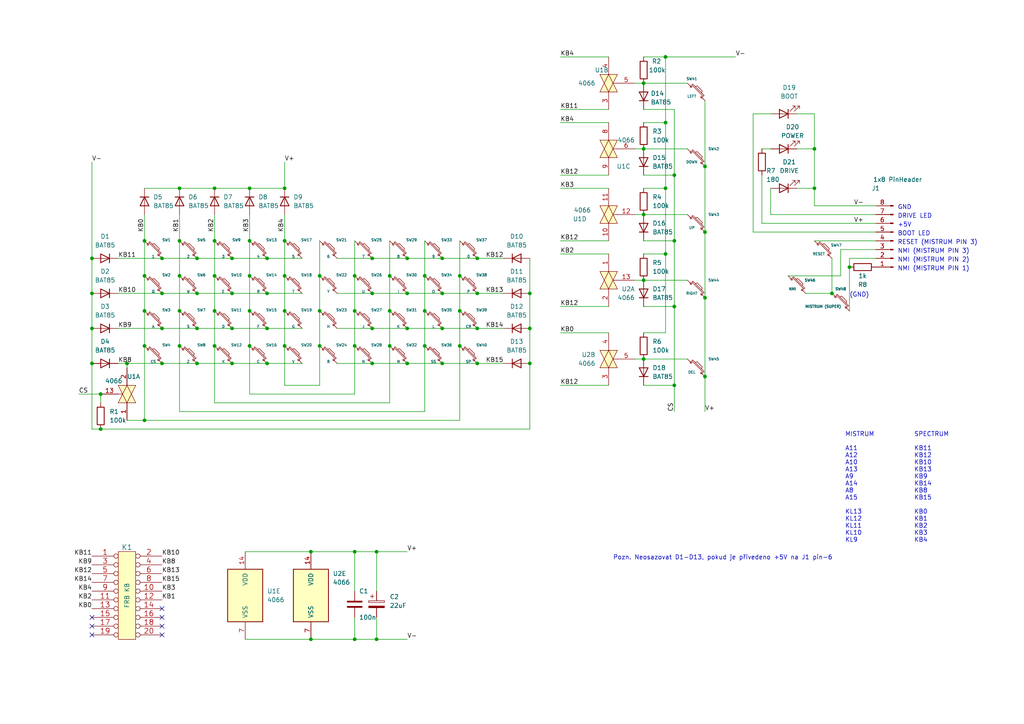
<source format=kicad_sch>
(kicad_sch (version 20230121) (generator eeschema)
  (paper "A4")
  (title_block (title "MISTRUM - Cherry MX Klávesnice") (date "2024-04-25") (rev "1.1"))
  (lib_symbols
    (symbol "4xxx:4066" (pin_names (offset 1.016))
      (property "Reference" "U" (at -7.62 8.89 0))
      (property "Value" "4066" (at -7.62 -8.89 0))
      (symbol "4066_1_0"
        (pin passive line (at -7.62 0 0) (length 5.08) (name "~") (number "1"))
        (pin input line (at 0 7.62 270) (length 5.08) (name "~") (number "13"))
        (pin passive line (at 7.62 0 180) (length 5.08) (name "~") (number "2"))
      )
      (symbol "4066_2_0"
        (pin passive line (at 7.62 0 180) (length 5.08) (name "~") (number "3"))
        (pin passive line (at -7.62 0 0) (length 5.08) (name "~") (number "4"))
        (pin input line (at 0 7.62 270) (length 5.08) (name "~") (number "5"))
      )
      (symbol "4066_3_0"
        (pin input line (at 0 7.62 270) (length 5.08) (name "~") (number "6"))
        (pin passive line (at -7.62 0 0) (length 5.08) (name "~") (number "8"))
        (pin passive line (at 7.62 0 180) (length 5.08) (name "~") (number "9"))
      )
      (symbol "4066_4_0"
        (pin passive line (at 7.62 0 180) (length 5.08) (name "~") (number "10"))
        (pin passive line (at -7.62 0 0) (length 5.08) (name "~") (number "11"))
        (pin input line (at 0 7.62 270) (length 5.08) (name "~") (number "12"))
      )
      (symbol "4066_5_0"
        (pin power_in line (at 0 12.7 270) (length 5.08) (name "VDD") (number "14"))
        (pin power_in line (at 0 -12.7 90) (length 5.08) (name "VSS") (number "7"))
      )
    )
    (symbol "Connector:Conn_01x08_Male" (pin_names (offset 1.016) hide)
      (property "Reference" "J" (at 0 10.16 0))
      (property "Value" "Conn_01x08_Male" (at 0 -12.7 0))
      (symbol "Conn_01x08_Male_1_1"
        (pin passive line (at 5.08 7.62 180) (length 3.81) (name "Pin_1") (number "1"))
        (pin passive line (at 5.08 5.08 180) (length 3.81) (name "Pin_2") (number "2"))
        (pin passive line (at 5.08 2.54 180) (length 3.81) (name "Pin_3") (number "3"))
        (pin passive line (at 5.08 0 180) (length 3.81) (name "Pin_4") (number "4"))
        (pin passive line (at 5.08 -2.54 180) (length 3.81) (name "Pin_5") (number "5"))
        (pin passive line (at 5.08 -5.08 180) (length 3.81) (name "Pin_6") (number "6"))
        (pin passive line (at 5.08 -7.62 180) (length 3.81) (name "Pin_7") (number "7"))
        (pin passive line (at 5.08 -10.16 180) (length 3.81) (name "Pin_8") (number "8"))
      )
    )
    (symbol "Device:C" (pin_numbers hide) (pin_names (offset 0.254))
      (property "Reference" "C" (at 0.635 2.54 0))
      (property "Value" "C" (at 0.635 -2.54 0))
      (symbol "C_1_1"
        (pin passive line (at 0 3.81 270) (length 2.794) (name "~") (number "1"))
        (pin passive line (at 0 -3.81 90) (length 2.794) (name "~") (number "2"))
      )
    )
    (symbol "Device:C_Polarized" (pin_numbers hide) (pin_names (offset 0.254))
      (property "Reference" "C" (at 0.635 2.54 0))
      (property "Value" "C_Polarized" (at 0.635 -2.54 0))
      (symbol "C_Polarized_1_1"
        (pin passive line (at 0 3.81 270) (length 2.794) (name "~") (number "1"))
        (pin passive line (at 0 -3.81 90) (length 2.794) (name "~") (number "2"))
      )
    )
    (symbol "Device:D" (pin_numbers hide) (pin_names (offset 1.016) hide)
      (property "Reference" "D" (at 0 2.54 0))
      (property "Value" "D" (at 0 -2.54 0))
      (symbol "D_1_1"
        (pin passive line (at -3.81 0 0) (length 2.54) (name "K") (number "1"))
        (pin passive line (at 3.81 0 180) (length 2.54) (name "A") (number "2"))
      )
    )
    (symbol "Device:LED" (pin_numbers hide) (pin_names (offset 1.016) hide)
      (property "Reference" "D" (at 0 2.54 0))
      (property "Value" "LED" (at 0 -2.54 0))
      (symbol "LED_1_1"
        (pin passive line (at -3.81 0 0) (length 2.54) (name "K") (number "1"))
        (pin passive line (at 3.81 0 180) (length 2.54) (name "A") (number "2"))
      )
    )
    (symbol "Device:R" (pin_numbers hide) (pin_names (offset 0))
      (property "Reference" "R" (at 2.032 0 90))
      (property "Value" "R" (at 0 0 90))
      (symbol "R_1_1"
        (pin passive line (at 0 3.81 270) (length 1.27) (name "~") (number "1"))
        (pin passive line (at 0 -3.81 90) (length 1.27) (name "~") (number "2"))
      )
    )
    (symbol "mistrum-rescue:CONN_10X2" (pin_names (offset 0.254) hide)
      (property "Reference" "P" (at 0 13.97 0))
      (property "Value" "CONN_10X2" (at 0 -2.54 90))
      (symbol "CONN_10X2_1_1"
        (pin passive inverted (at -10.16 11.43 0) (length 7.62) (name "P1") (number "1"))
        (pin passive inverted (at 10.16 1.27 180) (length 7.62) (name "P10") (number "10"))
        (pin passive inverted (at -10.16 -1.27 0) (length 7.62) (name "P11") (number "11"))
        (pin passive inverted (at 10.16 -1.27 180) (length 7.62) (name "P12") (number "12"))
        (pin passive inverted (at -10.16 -3.81 0) (length 7.62) (name "P13") (number "13"))
        (pin passive inverted (at 10.16 -3.81 180) (length 7.62) (name "P14") (number "14"))
        (pin passive inverted (at -10.16 -6.35 0) (length 7.62) (name "P15") (number "15"))
        (pin passive inverted (at 10.16 -6.35 180) (length 7.62) (name "P16") (number "16"))
        (pin passive inverted (at -10.16 -8.89 0) (length 7.62) (name "P17") (number "17"))
        (pin passive inverted (at 10.16 -8.89 180) (length 7.62) (name "P18") (number "18"))
        (pin passive inverted (at -10.16 -11.43 0) (length 7.62) (name "P19") (number "19"))
        (pin passive inverted (at 10.16 11.43 180) (length 7.62) (name "P2") (number "2"))
        (pin passive inverted (at 10.16 -11.43 180) (length 7.62) (name "P20") (number "20"))
        (pin passive inverted (at -10.16 8.89 0) (length 7.62) (name "P3") (number "3"))
        (pin passive inverted (at 10.16 8.89 180) (length 7.62) (name "P4") (number "4"))
        (pin passive inverted (at -10.16 6.35 0) (length 7.62) (name "P5") (number "5"))
        (pin passive inverted (at 10.16 6.35 180) (length 7.62) (name "P6") (number "6"))
        (pin passive inverted (at -10.16 3.81 0) (length 7.62) (name "P7") (number "7"))
        (pin passive inverted (at 10.16 3.81 180) (length 7.62) (name "P8") (number "8"))
        (pin passive inverted (at -10.16 1.27 0) (length 7.62) (name "P9") (number "9"))
      )
    )
    (symbol "speccyKB-rescue:SW_PUSH_SMALL-monstrum-rescue" (pin_numbers hide) (pin_names (offset 1.016) hide)
      (property "Reference" "SW" (at 3.81 2.794 0))
      (property "Value" "SW_PUSH_SMALL-monstrum-rescue" (at 0 -2.0066 0))
      (symbol "SW_PUSH_SMALL-monstrum-rescue_0_1"
        (pin passive line (at -2.54 2.54 0) (length 0) (name "1") (number "1"))
        (pin passive line (at 2.54 -2.54 180) (length 0) (name "2") (number "2"))
      )
    )
  )
  (junction (at 52.07 54.61))
  (junction (at 195.58 50.8))
  (junction (at 195.58 88.9))
  (junction (at 57.15 85.09))
  (junction (at 90.17 160.02))
  (junction (at 52.07 69.85))
  (junction (at 92.71 90.17))
  (junction (at 195.58 69.85))
  (junction (at 102.87 185.42))
  (junction (at 67.31 85.09))
  (junction (at 109.22 185.42))
  (junction (at 204.47 109.22))
  (junction (at 77.47 95.25))
  (junction (at 236.22 43.18))
  (junction (at 128.27 85.09))
  (junction (at 193.04 35.56))
  (junction (at 193.04 73.66))
  (junction (at 92.71 100.33))
  (junction (at 186.69 104.14))
  (junction (at 128.27 105.41))
  (junction (at 67.31 105.41))
  (junction (at 186.69 24.13))
  (junction (at 82.55 69.85))
  (junction (at 36.83 105.41))
  (junction (at 82.55 54.61))
  (junction (at 153.67 85.09))
  (junction (at 41.91 90.17))
  (junction (at 52.07 100.33))
  (junction (at 118.11 95.25))
  (junction (at 46.99 85.09))
  (junction (at 72.39 69.85))
  (junction (at 102.87 100.33))
  (junction (at 29.21 124.46))
  (junction (at 57.15 95.25))
  (junction (at 113.03 100.33))
  (junction (at 29.21 114.3))
  (junction (at 133.35 90.17))
  (junction (at 72.39 80.01))
  (junction (at 46.99 105.41))
  (junction (at 41.91 80.01))
  (junction (at 92.71 80.01))
  (junction (at 102.87 160.02))
  (junction (at 204.47 67.31))
  (junction (at 123.19 100.33))
  (junction (at 82.55 100.33))
  (junction (at 57.15 105.41))
  (junction (at 77.47 85.09))
  (junction (at 133.35 100.33))
  (junction (at 62.23 90.17))
  (junction (at 193.04 54.61))
  (junction (at 153.67 95.25))
  (junction (at 186.69 81.28))
  (junction (at 82.55 80.01))
  (junction (at 82.55 90.17))
  (junction (at 153.67 105.41))
  (junction (at 41.91 69.85))
  (junction (at 204.47 48.26))
  (junction (at 138.43 74.93))
  (junction (at 118.11 74.93))
  (junction (at 186.69 62.23))
  (junction (at 57.15 74.93))
  (junction (at 62.23 69.85))
  (junction (at 109.22 160.02))
  (junction (at 46.99 74.93))
  (junction (at 26.67 85.09))
  (junction (at 67.31 95.25))
  (junction (at 138.43 85.09))
  (junction (at 107.95 105.41))
  (junction (at 118.11 105.41))
  (junction (at 62.23 100.33))
  (junction (at 102.87 80.01))
  (junction (at 128.27 95.25))
  (junction (at 67.31 74.93))
  (junction (at 72.39 100.33))
  (junction (at 133.35 80.01))
  (junction (at 195.58 111.76))
  (junction (at 107.95 74.93))
  (junction (at 241.3 85.09))
  (junction (at 41.91 100.33))
  (junction (at 77.47 105.41))
  (junction (at 72.39 90.17))
  (junction (at 90.17 185.42))
  (junction (at 52.07 90.17))
  (junction (at 107.95 95.25))
  (junction (at 118.11 85.09))
  (junction (at 26.67 95.25))
  (junction (at 113.03 90.17))
  (junction (at 138.43 105.41))
  (junction (at 186.69 43.18))
  (junction (at 113.03 80.01))
  (junction (at 26.67 105.41))
  (junction (at 62.23 80.01))
  (junction (at 46.99 95.25))
  (junction (at 204.47 86.36))
  (junction (at 72.39 54.61))
  (junction (at 102.87 90.17))
  (junction (at 77.47 74.93))
  (junction (at 138.43 95.25))
  (junction (at 193.04 16.51))
  (junction (at 123.19 80.01))
  (junction (at 107.95 85.09))
  (junction (at 62.23 54.61))
  (junction (at 52.07 80.01))
  (junction (at 123.19 90.17))
  (junction (at 246.38 77.47))
  (junction (at 236.22 54.61))
  (junction (at 128.27 74.93))
  (junction (at 41.91 121.92))
  (junction (at 26.67 74.93))
  (no_connect (at 26.67 184.15))
  (no_connect (at 46.99 179.07))
  (no_connect (at 46.99 184.15))
  (no_connect (at 26.67 181.61))
  (no_connect (at 26.67 179.07))
  (no_connect (at 46.99 181.61))
  (no_connect (at 46.99 176.53))
  (wire (pts (xy 186.69 104.14) (xy 199.39 104.14)))
  (wire (pts (xy 123.19 119.38) (xy 123.19 100.33)))
  (wire (pts (xy 133.35 80.01) (xy 133.35 90.17)))
  (wire (pts (xy 97.79 95.25) (xy 107.95 95.25)))
  (wire (pts (xy 138.43 74.93) (xy 146.05 74.93)))
  (wire (pts (xy 162.56 54.61) (xy 176.53 54.61)))
  (wire (pts (xy 34.29 95.25) (xy 46.99 95.25)))
  (wire (pts (xy 72.39 100.33) (xy 72.39 114.3)))
  (wire (pts (xy 71.12 185.42) (xy 90.17 185.42)))
  (wire (pts (xy 220.98 43.18) (xy 223.52 43.18)))
  (wire (pts (xy 71.12 160.02) (xy 90.17 160.02)))
  (wire (pts (xy 186.69 111.76) (xy 195.58 111.76)))
  (wire (pts (xy 138.43 85.09) (xy 146.05 85.09)))
  (wire (pts (xy 162.56 50.8) (xy 176.53 50.8)))
  (wire (pts (xy 102.87 185.42) (xy 109.22 185.42)))
  (wire (pts (xy 92.71 111.76) (xy 92.71 100.33)))
  (wire (pts (xy 176.53 88.9) (xy 162.56 88.9)))
  (wire (pts (xy 153.67 85.09) (xy 153.67 74.93)))
  (wire (pts (xy 77.47 85.09) (xy 87.63 85.09)))
  (wire (pts (xy 41.91 80.01) (xy 41.91 90.17)))
  (wire (pts (xy 204.47 48.26) (xy 204.47 67.31)))
  (wire (pts (xy 128.27 105.41) (xy 138.43 105.41)))
  (wire (pts (xy 199.39 24.13) (xy 186.69 24.13)))
  (wire (pts (xy 153.67 105.41) (xy 153.67 95.25)))
  (wire (pts (xy 102.87 179.07) (xy 102.87 185.42)))
  (wire (pts (xy 62.23 90.17) (xy 62.23 100.33)))
  (wire (pts (xy 34.29 85.09) (xy 46.99 85.09)))
  (wire (pts (xy 231.14 33.02) (xy 236.22 33.02)))
  (wire (pts (xy 254 64.77) (xy 220.98 64.77)))
  (wire (pts (xy 107.95 105.41) (xy 118.11 105.41)))
  (wire (pts (xy 102.87 90.17) (xy 102.87 100.33)))
  (wire (pts (xy 102.87 160.02) (xy 102.87 171.45)))
  (wire (pts (xy 195.58 111.76) (xy 195.58 119.38)))
  (wire (pts (xy 123.19 90.17) (xy 123.19 100.33)))
  (wire (pts (xy 46.99 74.93) (xy 57.15 74.93)))
  (wire (pts (xy 153.67 95.25) (xy 153.67 85.09)))
  (wire (pts (xy 82.55 62.23) (xy 82.55 69.85)))
  (wire (pts (xy 162.56 96.52) (xy 176.53 96.52)))
  (wire (pts (xy 109.22 179.07) (xy 109.22 185.42)))
  (wire (pts (xy 186.69 43.18) (xy 199.39 43.18)))
  (wire (pts (xy 57.15 95.25) (xy 67.31 95.25)))
  (wire (pts (xy 107.95 95.25) (xy 118.11 95.25)))
  (wire (pts (xy 193.04 73.66) (xy 193.04 54.61)))
  (wire (pts (xy 77.47 74.93) (xy 87.63 74.93)))
  (wire (pts (xy 97.79 85.09) (xy 107.95 85.09)))
  (wire (pts (xy 67.31 85.09) (xy 77.47 85.09)))
  (wire (pts (xy 52.07 80.01) (xy 52.07 90.17)))
  (wire (pts (xy 223.52 62.23) (xy 223.52 54.61)))
  (wire (pts (xy 107.95 85.09) (xy 118.11 85.09)))
  (wire (pts (xy 82.55 100.33) (xy 82.55 111.76)))
  (wire (pts (xy 62.23 54.61) (xy 72.39 54.61)))
  (wire (pts (xy 82.55 80.01) (xy 82.55 90.17)))
  (wire (pts (xy 133.35 121.92) (xy 133.35 100.33)))
  (wire (pts (xy 109.22 160.02) (xy 109.22 171.45)))
  (wire (pts (xy 72.39 90.17) (xy 72.39 100.33)))
  (wire (pts (xy 102.87 100.33) (xy 102.87 114.3)))
  (wire (pts (xy 162.56 111.76) (xy 176.53 111.76)))
  (wire (pts (xy 254 72.39) (xy 243.84 72.39)))
  (wire (pts (xy 246.38 74.93) (xy 246.38 77.47)))
  (wire (pts (xy 243.84 72.39) (xy 243.84 80.01)))
  (wire (pts (xy 138.43 105.41) (xy 146.05 105.41)))
  (wire (pts (xy 46.99 85.09) (xy 57.15 85.09)))
  (wire (pts (xy 57.15 74.93) (xy 67.31 74.93)))
  (wire (pts (xy 204.47 109.22) (xy 204.47 119.38)))
  (wire (pts (xy 41.91 62.23) (xy 41.91 69.85)))
  (wire (pts (xy 52.07 100.33) (xy 52.07 119.38)))
  (wire (pts (xy 162.56 16.51) (xy 176.53 16.51)))
  (wire (pts (xy 246.38 77.47) (xy 246.38 90.17)))
  (wire (pts (xy 26.67 124.46) (xy 29.21 124.46)))
  (wire (pts (xy 186.69 43.18) (xy 184.15 43.18)))
  (wire (pts (xy 92.71 90.17) (xy 92.71 100.33)))
  (wire (pts (xy 26.67 85.09) (xy 26.67 95.25)))
  (wire (pts (xy 72.39 54.61) (xy 82.55 54.61)))
  (wire (pts (xy 236.22 69.85) (xy 254 69.85)))
  (wire (pts (xy 218.44 33.02) (xy 223.52 33.02)))
  (wire (pts (xy 195.58 50.8) (xy 195.58 69.85)))
  (wire (pts (xy 236.22 54.61) (xy 231.14 54.61)))
  (wire (pts (xy 72.39 62.23) (xy 72.39 69.85)))
  (wire (pts (xy 243.84 80.01) (xy 228.6 80.01)))
  (wire (pts (xy 62.23 62.23) (xy 62.23 69.85)))
  (wire (pts (xy 72.39 114.3) (xy 102.87 114.3)))
  (wire (pts (xy 67.31 74.93) (xy 77.47 74.93)))
  (wire (pts (xy 102.87 80.01) (xy 102.87 90.17)))
  (wire (pts (xy 62.23 116.84) (xy 113.03 116.84)))
  (wire (pts (xy 123.19 69.85) (xy 123.19 80.01)))
  (wire (pts (xy 92.71 69.85) (xy 92.71 80.01)))
  (wire (pts (xy 41.91 100.33) (xy 41.91 121.92)))
  (wire (pts (xy 186.69 35.56) (xy 193.04 35.56)))
  (wire (pts (xy 82.55 46.99) (xy 82.55 54.61)))
  (wire (pts (xy 82.55 90.17) (xy 82.55 100.33)))
  (wire (pts (xy 41.91 90.17) (xy 41.91 100.33)))
  (wire (pts (xy 186.69 81.28) (xy 199.39 81.28)))
  (wire (pts (xy 195.58 69.85) (xy 195.58 88.9)))
  (wire (pts (xy 29.21 114.3) (xy 29.21 116.84)))
  (wire (pts (xy 107.95 74.93) (xy 118.11 74.93)))
  (wire (pts (xy 186.69 24.13) (xy 184.15 24.13)))
  (wire (pts (xy 236.22 59.69) (xy 254 59.69)))
  (wire (pts (xy 52.07 90.17) (xy 52.07 100.33)))
  (wire (pts (xy 153.67 124.46) (xy 153.67 105.41)))
  (wire (pts (xy 193.04 54.61) (xy 193.04 35.56)))
  (wire (pts (xy 254 67.31) (xy 218.44 67.31)))
  (wire (pts (xy 186.69 73.66) (xy 193.04 73.66)))
  (wire (pts (xy 62.23 80.01) (xy 62.23 90.17)))
  (wire (pts (xy 186.69 88.9) (xy 195.58 88.9)))
  (wire (pts (xy 82.55 69.85) (xy 82.55 80.01)))
  (wire (pts (xy 26.67 74.93) (xy 26.67 85.09)))
  (wire (pts (xy 41.91 121.92) (xy 133.35 121.92)))
  (wire (pts (xy 220.98 50.8) (xy 220.98 64.77)))
  (wire (pts (xy 29.21 124.46) (xy 153.67 124.46)))
  (wire (pts (xy 62.23 100.33) (xy 62.23 116.84)))
  (wire (pts (xy 162.56 73.66) (xy 176.53 73.66)))
  (wire (pts (xy 36.83 121.92) (xy 41.91 121.92)))
  (wire (pts (xy 193.04 35.56) (xy 193.04 16.51)))
  (wire (pts (xy 254 62.23) (xy 223.52 62.23)))
  (wire (pts (xy 204.47 29.21) (xy 204.47 48.26)))
  (wire (pts (xy 77.47 95.25) (xy 87.63 95.25)))
  (wire (pts (xy 34.29 74.93) (xy 46.99 74.93)))
  (wire (pts (xy 26.67 95.25) (xy 26.67 105.41)))
  (wire (pts (xy 77.47 105.41) (xy 87.63 105.41)))
  (wire (pts (xy 162.56 31.75) (xy 176.53 31.75)))
  (wire (pts (xy 82.55 111.76) (xy 92.71 111.76)))
  (wire (pts (xy 186.69 104.14) (xy 184.15 104.14)))
  (wire (pts (xy 162.56 35.56) (xy 176.53 35.56)))
  (wire (pts (xy 128.27 95.25) (xy 138.43 95.25)))
  (wire (pts (xy 118.11 95.25) (xy 128.27 95.25)))
  (wire (pts (xy 218.44 67.31) (xy 218.44 33.02)))
  (wire (pts (xy 90.17 185.42) (xy 102.87 185.42)))
  (wire (pts (xy 204.47 86.36) (xy 204.47 109.22)))
  (wire (pts (xy 90.17 160.02) (xy 102.87 160.02)))
  (wire (pts (xy 195.58 88.9) (xy 195.58 111.76)))
  (wire (pts (xy 41.91 54.61) (xy 52.07 54.61)))
  (wire (pts (xy 195.58 31.75) (xy 195.58 50.8)))
  (wire (pts (xy 52.07 54.61) (xy 62.23 54.61)))
  (wire (pts (xy 233.68 85.09) (xy 241.3 85.09)))
  (wire (pts (xy 186.69 69.85) (xy 195.58 69.85)))
  (wire (pts (xy 57.15 105.41) (xy 67.31 105.41)))
  (wire (pts (xy 22.86 114.3) (xy 29.21 114.3)))
  (wire (pts (xy 113.03 80.01) (xy 113.03 90.17)))
  (wire (pts (xy 36.83 105.41) (xy 46.99 105.41)))
  (wire (pts (xy 128.27 74.93) (xy 138.43 74.93)))
  (wire (pts (xy 52.07 69.85) (xy 52.07 80.01)))
  (wire (pts (xy 236.22 33.02) (xy 236.22 43.18)))
  (wire (pts (xy 113.03 69.85) (xy 113.03 80.01)))
  (wire (pts (xy 72.39 80.01) (xy 72.39 90.17)))
  (wire (pts (xy 138.43 95.25) (xy 146.05 95.25)))
  (wire (pts (xy 193.04 96.52) (xy 193.04 73.66)))
  (wire (pts (xy 118.11 105.41) (xy 128.27 105.41)))
  (wire (pts (xy 186.69 62.23) (xy 199.39 62.23)))
  (wire (pts (xy 72.39 69.85) (xy 72.39 80.01)))
  (wire (pts (xy 62.23 69.85) (xy 62.23 80.01)))
  (wire (pts (xy 67.31 95.25) (xy 77.47 95.25)))
  (wire (pts (xy 133.35 69.85) (xy 133.35 80.01)))
  (wire (pts (xy 102.87 160.02) (xy 109.22 160.02)))
  (wire (pts (xy 236.22 43.18) (xy 236.22 54.61)))
  (wire (pts (xy 52.07 119.38) (xy 123.19 119.38)))
  (wire (pts (xy 123.19 80.01) (xy 123.19 90.17)))
  (wire (pts (xy 231.14 43.18) (xy 236.22 43.18)))
  (wire (pts (xy 254 74.93) (xy 246.38 74.93)))
  (wire (pts (xy 109.22 160.02) (xy 118.11 160.02)))
  (wire (pts (xy 133.35 90.17) (xy 133.35 100.33)))
  (wire (pts (xy 204.47 67.31) (xy 204.47 86.36)))
  (wire (pts (xy 113.03 90.17) (xy 113.03 100.33)))
  (wire (pts (xy 26.67 105.41) (xy 26.67 124.46)))
  (wire (pts (xy 186.69 31.75) (xy 195.58 31.75)))
  (wire (pts (xy 236.22 54.61) (xy 236.22 59.69)))
  (wire (pts (xy 46.99 105.41) (xy 57.15 105.41)))
  (wire (pts (xy 34.29 105.41) (xy 36.83 105.41)))
  (wire (pts (xy 52.07 62.23) (xy 52.07 69.85)))
  (wire (pts (xy 193.04 16.51) (xy 213.36 16.51)))
  (wire (pts (xy 92.71 80.01) (xy 92.71 90.17)))
  (wire (pts (xy 184.15 62.23) (xy 186.69 62.23)))
  (wire (pts (xy 186.69 81.28) (xy 184.15 81.28)))
  (wire (pts (xy 186.69 96.52) (xy 193.04 96.52)))
  (wire (pts (xy 162.56 69.85) (xy 176.53 69.85)))
  (wire (pts (xy 186.69 50.8) (xy 195.58 50.8)))
  (wire (pts (xy 97.79 74.93) (xy 107.95 74.93)))
  (wire (pts (xy 241.3 74.93) (xy 241.3 85.09)))
  (wire (pts (xy 186.69 54.61) (xy 193.04 54.61)))
  (wire (pts (xy 97.79 105.41) (xy 107.95 105.41)))
  (wire (pts (xy 36.83 105.41) (xy 36.83 106.68)))
  (wire (pts (xy 57.15 85.09) (xy 67.31 85.09)))
  (wire (pts (xy 118.11 85.09) (xy 128.27 85.09)))
  (wire (pts (xy 102.87 69.85) (xy 102.87 80.01)))
  (wire (pts (xy 113.03 116.84) (xy 113.03 100.33)))
  (wire (pts (xy 109.22 185.42) (xy 118.11 185.42)))
  (wire (pts (xy 118.11 74.93) (xy 128.27 74.93)))
  (wire (pts (xy 41.91 69.85) (xy 41.91 80.01)))
  (wire (pts (xy 67.31 105.41) (xy 77.47 105.41)))
  (wire (pts (xy 186.69 16.51) (xy 193.04 16.51)))
  (wire (pts (xy 26.67 46.99) (xy 26.67 74.93)))
  (wire (pts (xy 128.27 85.09) (xy 138.43 85.09)))
  (wire (pts (xy 46.99 95.25) (xy 57.15 95.25)))
  (text "+5V" (at 260.35 66.04 0) (effects (font (size 1.27 1.27)) (justify left bottom)))
  (text "GND" (at 260.35 60.96 0) (effects (font (size 1.27 1.27)) (justify left bottom)))
  (text "RESET (MISTRUM PIN 3)" (at 260.35 71.12 0) (effects (font (size 1.27 1.27)) (justify left bottom)))
  (text "NMI (MISTRUM PIN 2)" (at 260.35 76.2 0) (effects (font (size 1.27 1.27)) (justify left bottom)))
  (text "DRIVE LED" (at 260.35 63.5 0) (effects (font (size 1.27 1.27)) (justify left bottom)))
  (text "(GND)" (at 246.38 86.36 0) (effects (font (size 1.27 1.27)) (justify left bottom)))
  (text "MISTRUM			SPECTRUM\n\nA11				KB11\nA12				KB12\nA10				KB10\nA13				KB13\nA9				KB9\nA14				KB14\nA8				KB8\nA15				KB15\n\nKL13			KB0\nKL12			KB1\nKL11			KB2\nKL10			KB3\nKL9				KB4\n" (at 245.11 157.48 0) (effects (font (size 1.27 1.27)) (justify left bottom)))
  (text "BOOT LED" (at 260.35 68.58 0) (effects (font (size 1.27 1.27)) (justify left bottom)))
  (text "NMI (MISTRUM PIN 1)" (at 260.35 78.74 0) (effects (font (size 1.27 1.27)) (justify left bottom)))
  (text "NMI (MISTRUM PIN 3)" (at 260.35 73.66 0) (effects (font (size 1.27 1.27)) (justify left bottom)))
  (text "Pozn. Neosazovat D1-D13, pokud je přivedeno +5V na J1 pin-6" (at 177.8 162.56 0) (effects (font (size 1.27 1.27)) (justify left bottom)))
  (label "KB11" (at 34.29 74.93 0))
  (label "KB3" (at 162.56 54.61 0))
  (label "CS" (at 22.86 114.3 0))
  (label "KB10" (at 34.29 85.09 0))
  (label "KB4" (at 162.56 35.56 0))
  (label "KB12" (at 26.67 166.37 180))
  (label "KB3" (at 72.39 67.31 90))
  (label "V-" (at 213.36 16.51 0))
  (label "KB12" (at 146.05 74.93 180))
  (label "KB3" (at 46.99 171.45 0))
  (label "KB13" (at 46.99 166.37 0))
  (label "KB9" (at 26.67 163.83 180))
  (label "KB9" (at 34.29 95.25 0))
  (label "KB8" (at 34.29 105.41 0))
  (label "KB10" (at 46.99 161.29 0))
  (label "KB2" (at 162.56 73.66 0))
  (label "CS" (at 195.58 119.38 90))
  (label "KB15" (at 146.05 105.41 180))
  (label "V-" (at 118.11 185.42 0))
  (label "KB4" (at 82.55 67.31 90))
  (label "KB13" (at 146.05 85.09 180))
  (label "KB4" (at 162.56 16.51 0))
  (label "V+" (at 247.65 64.77 0))
  (label "V+" (at 204.47 119.38 0))
  (label "KB11" (at 26.67 161.29 180))
  (label "KB14" (at 146.05 95.25 180))
  (label "KB2" (at 62.23 67.31 90))
  (label "KB12" (at 162.56 111.76 0))
  (label "KB15" (at 46.99 168.91 0))
  (label "KB0" (at 41.91 67.31 90))
  (label "KB4" (at 26.67 171.45 180))
  (label "KB12" (at 162.56 88.9 0))
  (label "KB14" (at 26.67 168.91 180))
  (label "KB0" (at 162.56 96.52 0))
  (label "KB12" (at 162.56 50.8 0))
  (label "KB2" (at 26.67 173.99 180))
  (label "V+" (at 82.55 46.99 0))
  (label "KB1" (at 46.99 173.99 0))
  (label "V-" (at 26.67 46.99 0))
  (label "KB12" (at 162.56 69.85 0))
  (label "V-" (at 247.65 59.69 0))
  (label "V+" (at 118.11 160.02 0))
  (label "KB0" (at 26.67 176.53 180))
  (label "KB8" (at 46.99 163.83 0))
  (label "KB11" (at 162.56 31.75 0))
  (label "KB1" (at 52.07 67.31 90))
  (symbol (lib_id "speccyKB-rescue:SW_PUSH_SMALL-monstrum-rescue") (at 44.45 72.39 0) (unit 1)
    (property "Reference" "SW1" (at 48.26 69.596 0) (effects (font (size 0.762 0.762))))
    (property "Value" "1" (at 44.45 74.3966 0) (effects (font (size 0.762 0.762))))
    (property "Footprint" "Mistrum_klavesnice:SW_Cherry_MX_Mistrum" (effects hide))
  )
  (symbol (lib_id "speccyKB-rescue:SW_PUSH_SMALL-monstrum-rescue") (at 54.61 72.39 0) (unit 1)
    (property "Reference" "SW5" (at 58.42 69.596 0) (effects (font (size 0.762 0.762))))
    (property "Value" "2" (at 54.61 74.3966 0) (effects (font (size 0.762 0.762))))
    (property "Footprint" "Mistrum_klavesnice:SW_Cherry_MX_Mistrum" (effects hide))
  )
  (symbol (lib_id "speccyKB-rescue:SW_PUSH_SMALL-monstrum-rescue") (at 64.77 72.39 0) (unit 1)
    (property "Reference" "SW9" (at 68.58 69.596 0) (effects (font (size 0.762 0.762))))
    (property "Value" "3" (at 64.77 74.3966 0) (effects (font (size 0.762 0.762))))
    (property "Footprint" "Mistrum_klavesnice:SW_Cherry_MX_Mistrum" (effects hide))
  )
  (symbol (lib_id "speccyKB-rescue:SW_PUSH_SMALL-monstrum-rescue") (at 74.93 72.39 0) (unit 1)
    (property "Reference" "SW13" (at 78.74 69.596 0) (effects (font (size 0.762 0.762))))
    (property "Value" "4" (at 74.93 74.3966 0) (effects (font (size 0.762 0.762))))
    (property "Footprint" "Mistrum_klavesnice:SW_Cherry_MX_Mistrum" (effects hide))
  )
  (symbol (lib_id "speccyKB-rescue:SW_PUSH_SMALL-monstrum-rescue") (at 85.09 72.39 0) (unit 1)
    (property "Reference" "SW17" (at 88.9 69.596 0) (effects (font (size 0.762 0.762))))
    (property "Value" "5" (at 85.09 74.3966 0) (effects (font (size 0.762 0.762))))
    (property "Footprint" "Mistrum_klavesnice:SW_Cherry_MX_Mistrum" (effects hide))
  )
  (symbol (lib_id "speccyKB-rescue:SW_PUSH_SMALL-monstrum-rescue") (at 135.89 72.39 0) (unit 1)
    (property "Reference" "SW37" (at 139.7 69.596 0) (effects (font (size 0.762 0.762))))
    (property "Value" "0" (at 135.89 74.3966 0) (effects (font (size 0.762 0.762))))
    (property "Footprint" "Mistrum_klavesnice:SW_Cherry_MX_Mistrum" (effects hide))
  )
  (symbol (lib_id "speccyKB-rescue:SW_PUSH_SMALL-monstrum-rescue") (at 125.73 72.39 0) (unit 1)
    (property "Reference" "SW33" (at 129.54 69.596 0) (effects (font (size 0.762 0.762))))
    (property "Value" "9" (at 125.73 74.3966 0) (effects (font (size 0.762 0.762))))
    (property "Footprint" "Mistrum_klavesnice:SW_Cherry_MX_Mistrum" (effects hide))
  )
  (symbol (lib_id "speccyKB-rescue:SW_PUSH_SMALL-monstrum-rescue") (at 115.57 72.39 0) (unit 1)
    (property "Reference" "SW29" (at 119.38 69.596 0) (effects (font (size 0.762 0.762))))
    (property "Value" "8" (at 115.57 74.3966 0) (effects (font (size 0.762 0.762))))
    (property "Footprint" "Mistrum_klavesnice:SW_Cherry_MX_Mistrum" (effects hide))
  )
  (symbol (lib_id "speccyKB-rescue:SW_PUSH_SMALL-monstrum-rescue") (at 105.41 72.39 0) (unit 1)
    (property "Reference" "SW25" (at 109.22 69.596 0) (effects (font (size 0.762 0.762))))
    (property "Value" "7" (at 105.41 74.3966 0) (effects (font (size 0.762 0.762))))
    (property "Footprint" "Mistrum_klavesnice:SW_Cherry_MX_Mistrum" (effects hide))
  )
  (symbol (lib_id "speccyKB-rescue:SW_PUSH_SMALL-monstrum-rescue") (at 95.25 72.39 0) (unit 1)
    (property "Reference" "SW21" (at 99.06 69.596 0) (effects (font (size 0.762 0.762))))
    (property "Value" "6" (at 95.25 74.3966 0) (effects (font (size 0.762 0.762))))
    (property "Footprint" "Mistrum_klavesnice:SW_Cherry_MX_Mistrum" (effects hide))
  )
  (symbol (lib_id "speccyKB-rescue:SW_PUSH_SMALL-monstrum-rescue") (at 95.25 82.55 0) (unit 1)
    (property "Reference" "SW22" (at 99.06 79.756 0) (effects (font (size 0.762 0.762))))
    (property "Value" "Y" (at 95.25 84.5566 0) (effects (font (size 0.762 0.762))))
    (property "Footprint" "Mistrum_klavesnice:SW_Cherry_MX_Mistrum" (effects hide))
  )
  (symbol (lib_id "speccyKB-rescue:SW_PUSH_SMALL-monstrum-rescue") (at 105.41 82.55 0) (unit 1)
    (property "Reference" "SW26" (at 109.22 79.756 0) (effects (font (size 0.762 0.762))))
    (property "Value" "U" (at 105.41 84.5566 0) (effects (font (size 0.762 0.762))))
    (property "Footprint" "Mistrum_klavesnice:SW_Cherry_MX_Mistrum" (effects hide))
  )
  (symbol (lib_id "speccyKB-rescue:SW_PUSH_SMALL-monstrum-rescue") (at 115.57 82.55 0) (unit 1)
    (property "Reference" "SW30" (at 119.38 79.756 0) (effects (font (size 0.762 0.762))))
    (property "Value" "I" (at 115.57 84.5566 0) (effects (font (size 0.762 0.762))))
    (property "Footprint" "Mistrum_klavesnice:SW_Cherry_MX_Mistrum" (effects hide))
  )
  (symbol (lib_id "speccyKB-rescue:SW_PUSH_SMALL-monstrum-rescue") (at 125.73 82.55 0) (unit 1)
    (property "Reference" "SW34" (at 129.54 79.756 0) (effects (font (size 0.762 0.762))))
    (property "Value" "O" (at 125.73 84.5566 0) (effects (font (size 0.762 0.762))))
    (property "Footprint" "Mistrum_klavesnice:SW_Cherry_MX_Mistrum" (effects hide))
  )
  (symbol (lib_id "speccyKB-rescue:SW_PUSH_SMALL-monstrum-rescue") (at 135.89 82.55 0) (unit 1)
    (property "Reference" "SW38" (at 139.7 79.756 0) (effects (font (size 0.762 0.762))))
    (property "Value" "P" (at 135.89 84.5566 0) (effects (font (size 0.762 0.762))))
    (property "Footprint" "Mistrum_klavesnice:SW_Cherry_MX_Mistrum" (effects hide))
  )
  (symbol (lib_id "speccyKB-rescue:SW_PUSH_SMALL-monstrum-rescue") (at 85.09 82.55 0) (unit 1)
    (property "Reference" "SW18" (at 88.9 79.756 0) (effects (font (size 0.762 0.762))))
    (property "Value" "T" (at 85.09 84.5566 0) (effects (font (size 0.762 0.762))))
    (property "Footprint" "Mistrum_klavesnice:SW_Cherry_MX_Mistrum" (effects hide))
  )
  (symbol (lib_id "speccyKB-rescue:SW_PUSH_SMALL-monstrum-rescue") (at 74.93 82.55 0) (unit 1)
    (property "Reference" "SW14" (at 78.74 79.756 0) (effects (font (size 0.762 0.762))))
    (property "Value" "R" (at 74.93 84.5566 0) (effects (font (size 0.762 0.762))))
    (property "Footprint" "Mistrum_klavesnice:SW_Cherry_MX_Mistrum" (effects hide))
  )
  (symbol (lib_id "speccyKB-rescue:SW_PUSH_SMALL-monstrum-rescue") (at 64.77 82.55 0) (unit 1)
    (property "Reference" "SW10" (at 68.58 79.756 0) (effects (font (size 0.762 0.762))))
    (property "Value" "E" (at 64.77 84.5566 0) (effects (font (size 0.762 0.762))))
    (property "Footprint" "Mistrum_klavesnice:SW_Cherry_MX_Mistrum" (effects hide))
  )
  (symbol (lib_id "speccyKB-rescue:SW_PUSH_SMALL-monstrum-rescue") (at 54.61 82.55 0) (unit 1)
    (property "Reference" "SW6" (at 58.42 79.756 0) (effects (font (size 0.762 0.762))))
    (property "Value" "W" (at 54.61 84.5566 0) (effects (font (size 0.762 0.762))))
    (property "Footprint" "Mistrum_klavesnice:SW_Cherry_MX_Mistrum" (effects hide))
  )
  (symbol (lib_id "speccyKB-rescue:SW_PUSH_SMALL-monstrum-rescue") (at 44.45 82.55 0) (unit 1)
    (property "Reference" "SW2" (at 48.26 79.756 0) (effects (font (size 0.762 0.762))))
    (property "Value" "Q" (at 44.45 84.5566 0) (effects (font (size 0.762 0.762))))
    (property "Footprint" "Mistrum_klavesnice:SW_Cherry_MX_Mistrum" (effects hide))
  )
  (symbol (lib_id "speccyKB-rescue:SW_PUSH_SMALL-monstrum-rescue") (at 44.45 102.87 0) (unit 1)
    (property "Reference" "SW4" (at 48.26 100.076 0) (effects (font (size 0.762 0.762))))
    (property "Value" "CS" (at 44.45 104.8766 0) (effects (font (size 0.762 0.762))))
    (property "Footprint" "Mistrum_klavesnice:SW_Cherry_MX_Mistrum" (effects hide))
  )
  (symbol (lib_id "speccyKB-rescue:SW_PUSH_SMALL-monstrum-rescue") (at 54.61 102.87 0) (unit 1)
    (property "Reference" "SW8" (at 58.42 100.076 0) (effects (font (size 0.762 0.762))))
    (property "Value" "Z" (at 54.61 104.8766 0) (effects (font (size 0.762 0.762))))
    (property "Footprint" "Mistrum_klavesnice:SW_Cherry_MX_Mistrum" (effects hide))
  )
  (symbol (lib_id "speccyKB-rescue:SW_PUSH_SMALL-monstrum-rescue") (at 64.77 102.87 0) (unit 1)
    (property "Reference" "SW12" (at 68.58 100.076 0) (effects (font (size 0.762 0.762))))
    (property "Value" "X" (at 64.77 104.8766 0) (effects (font (size 0.762 0.762))))
    (property "Footprint" "Mistrum_klavesnice:SW_Cherry_MX_Mistrum" (effects hide))
  )
  (symbol (lib_id "speccyKB-rescue:SW_PUSH_SMALL-monstrum-rescue") (at 74.93 102.87 0) (unit 1)
    (property "Reference" "SW16" (at 78.74 100.076 0) (effects (font (size 0.762 0.762))))
    (property "Value" "C" (at 74.93 104.8766 0) (effects (font (size 0.762 0.762))))
    (property "Footprint" "Mistrum_klavesnice:SW_Cherry_MX_Mistrum" (effects hide))
  )
  (symbol (lib_id "speccyKB-rescue:SW_PUSH_SMALL-monstrum-rescue") (at 85.09 102.87 0) (unit 1)
    (property "Reference" "SW20" (at 88.9 100.076 0) (effects (font (size 0.762 0.762))))
    (property "Value" "V" (at 85.09 104.8766 0) (effects (font (size 0.762 0.762))))
    (property "Footprint" "Mistrum_klavesnice:SW_Cherry_MX_Mistrum" (effects hide))
  )
  (symbol (lib_id "speccyKB-rescue:SW_PUSH_SMALL-monstrum-rescue") (at 135.89 102.87 0) (unit 1)
    (property "Reference" "SW40" (at 139.7 100.076 0) (effects (font (size 0.762 0.762))))
    (property "Value" "SP" (at 135.89 104.8766 0) (effects (font (size 0.762 0.762))))
    (property "Footprint" "Mistrum_klavesnice:SW_Cherry_MX_Mistrum" (effects hide))
  )
  (symbol (lib_id "speccyKB-rescue:SW_PUSH_SMALL-monstrum-rescue") (at 125.73 102.87 0) (unit 1)
    (property "Reference" "SW36" (at 129.54 100.076 0) (effects (font (size 0.762 0.762))))
    (property "Value" "SS" (at 125.73 104.8766 0) (effects (font (size 0.762 0.762))))
    (property "Footprint" "Mistrum_klavesnice:SW_Cherry_MX_Mistrum" (effects hide))
  )
  (symbol (lib_id "speccyKB-rescue:SW_PUSH_SMALL-monstrum-rescue") (at 115.57 102.87 0) (unit 1)
    (property "Reference" "SW32" (at 119.38 100.076 0) (effects (font (size 0.762 0.762))))
    (property "Value" "M" (at 115.57 104.8766 0) (effects (font (size 0.762 0.762))))
    (property "Footprint" "Mistrum_klavesnice:SW_Cherry_MX_Mistrum" (effects hide))
  )
  (symbol (lib_id "speccyKB-rescue:SW_PUSH_SMALL-monstrum-rescue") (at 105.41 102.87 0) (unit 1)
    (property "Reference" "SW28" (at 109.22 100.076 0) (effects (font (size 0.762 0.762))))
    (property "Value" "N" (at 105.41 104.8766 0) (effects (font (size 0.762 0.762))))
    (property "Footprint" "Mistrum_klavesnice:SW_Cherry_MX_Mistrum" (effects hide))
  )
  (symbol (lib_id "speccyKB-rescue:SW_PUSH_SMALL-monstrum-rescue") (at 95.25 102.87 0) (unit 1)
    (property "Reference" "SW24" (at 99.06 100.076 0) (effects (font (size 0.762 0.762))))
    (property "Value" "B" (at 95.25 104.8766 0) (effects (font (size 0.762 0.762))))
    (property "Footprint" "Mistrum_klavesnice:SW_Cherry_MX_Mistrum" (effects hide))
  )
  (symbol (lib_id "speccyKB-rescue:SW_PUSH_SMALL-monstrum-rescue") (at 95.25 92.71 0) (unit 1)
    (property "Reference" "SW23" (at 99.06 89.916 0) (effects (font (size 0.762 0.762))))
    (property "Value" "H" (at 95.25 94.7166 0) (effects (font (size 0.762 0.762))))
    (property "Footprint" "Mistrum_klavesnice:SW_Cherry_MX_Mistrum" (effects hide))
  )
  (symbol (lib_id "speccyKB-rescue:SW_PUSH_SMALL-monstrum-rescue") (at 105.41 92.71 0) (unit 1)
    (property "Reference" "SW27" (at 109.22 89.916 0) (effects (font (size 0.762 0.762))))
    (property "Value" "J" (at 105.41 94.7166 0) (effects (font (size 0.762 0.762))))
    (property "Footprint" "Mistrum_klavesnice:SW_Cherry_MX_Mistrum" (effects hide))
  )
  (symbol (lib_id "speccyKB-rescue:SW_PUSH_SMALL-monstrum-rescue") (at 115.57 92.71 0) (unit 1)
    (property "Reference" "SW31" (at 119.38 89.916 0) (effects (font (size 0.762 0.762))))
    (property "Value" "K" (at 115.57 94.7166 0) (effects (font (size 0.762 0.762))))
    (property "Footprint" "Mistrum_klavesnice:SW_Cherry_MX_Mistrum" (effects hide))
  )
  (symbol (lib_id "speccyKB-rescue:SW_PUSH_SMALL-monstrum-rescue") (at 125.73 92.71 0) (unit 1)
    (property "Reference" "SW35" (at 129.54 89.916 0) (effects (font (size 0.762 0.762))))
    (property "Value" "L" (at 125.73 94.7166 0) (effects (font (size 0.762 0.762))))
    (property "Footprint" "Mistrum_klavesnice:SW_Cherry_MX_Mistrum" (effects hide))
  )
  (symbol (lib_id "speccyKB-rescue:SW_PUSH_SMALL-monstrum-rescue") (at 135.89 92.71 0) (unit 1)
    (property "Reference" "SW39" (at 139.7 89.916 0) (effects (font (size 0.762 0.762))))
    (property "Value" "CR" (at 135.89 94.7166 0) (effects (font (size 0.762 0.762))))
    (property "Footprint" "Mistrum_klavesnice:SW_Cherry_MX_Mistrum" (effects hide))
  )
  (symbol (lib_id "speccyKB-rescue:SW_PUSH_SMALL-monstrum-rescue") (at 85.09 92.71 0) (unit 1)
    (property "Reference" "SW19" (at 88.9 89.916 0) (effects (font (size 0.762 0.762))))
    (property "Value" "G" (at 85.09 94.7166 0) (effects (font (size 0.762 0.762))))
    (property "Footprint" "Mistrum_klavesnice:SW_Cherry_MX_Mistrum" (effects hide))
  )
  (symbol (lib_id "speccyKB-rescue:SW_PUSH_SMALL-monstrum-rescue") (at 74.93 92.71 0) (unit 1)
    (property "Reference" "SW15" (at 78.74 89.916 0) (effects (font (size 0.762 0.762))))
    (property "Value" "F" (at 74.93 94.7166 0) (effects (font (size 0.762 0.762))))
    (property "Footprint" "Mistrum_klavesnice:SW_Cherry_MX_Mistrum" (effects hide))
  )
  (symbol (lib_id "speccyKB-rescue:SW_PUSH_SMALL-monstrum-rescue") (at 64.77 92.71 0) (unit 1)
    (property "Reference" "SW11" (at 68.58 89.916 0) (effects (font (size 0.762 0.762))))
    (property "Value" "D" (at 64.77 94.7166 0) (effects (font (size 0.762 0.762))))
    (property "Footprint" "Mistrum_klavesnice:SW_Cherry_MX_Mistrum" (effects hide))
  )
  (symbol (lib_id "speccyKB-rescue:SW_PUSH_SMALL-monstrum-rescue") (at 54.61 92.71 0) (unit 1)
    (property "Reference" "SW7" (at 58.42 89.916 0) (effects (font (size 0.762 0.762))))
    (property "Value" "S" (at 54.61 94.7166 0) (effects (font (size 0.762 0.762))))
    (property "Footprint" "Mistrum_klavesnice:SW_Cherry_MX_Mistrum" (effects hide))
  )
  (symbol (lib_id "speccyKB-rescue:SW_PUSH_SMALL-monstrum-rescue") (at 44.45 92.71 0) (unit 1)
    (property "Reference" "SW3" (at 48.26 89.916 0) (effects (font (size 0.762 0.762))))
    (property "Value" "A" (at 44.45 94.7166 0) (effects (font (size 0.762 0.762))))
    (property "Footprint" "Mistrum_klavesnice:SW_Cherry_MX_Mistrum" (effects hide))
  )
  (symbol (lib_id "4xxx:4066") (at 71.12 172.72 0) (unit 5)
    (property "Reference" "U1" (at 77.47 171.4499 0) (effects (justify left)))
    (property "Value" "4066" (at 77.47 173.9899 0) (effects (justify left)))
    (property "Footprint" "Package_DIP:DIP-14_W7.62mm" (effects hide))
    (property "Datasheet" "http://www.ti.com/lit/ds/symlink/cd4066b.pdf" (effects hide))
  )
  (symbol (lib_id "Device:D") (at 186.69 27.94 90) (unit 1)
    (property "Reference" "D14" (at 188.722 27.1053 90) (effects (justify right)))
    (property "Value" "BAT85" (at 188.722 29.6422 90) (effects (justify right)))
    (property "Footprint" "Diode_THT:D_DO-35_SOD27_P7.62mm_Horizontal" (effects hide))
  )
  (symbol (lib_id "Device:LED") (at 227.33 43.18 180) (unit 1)
    (property "Reference" "D20" (at 229.87 36.83 0))
    (property "Value" "POWER" (at 229.87 39.37 0))
    (property "Footprint" "LED_THT:LED_D5.0mm" (effects hide))
  )
  (symbol (lib_id "Device:R") (at 220.98 46.99 0) (unit 1)
    (property "Reference" "R7" (at 222.25 49.53 0) (effects (justify left)))
    (property "Value" "180" (at 222.25 52.07 0) (effects (justify left)))
    (property "Footprint" "Resistor_THT:R_Axial_DIN0207_L6.3mm_D2.5mm_P7.62mm_Horizontal" (effects hide))
  )
  (symbol (lib_id "speccyKB-rescue:SW_PUSH_SMALL-monstrum-rescue") (at 201.93 106.68 0) (unit 1)
    (property "Reference" "SW45" (at 207.01 104.14 0) (effects (font (size 0.762 0.762))))
    (property "Value" "DEL" (at 200.66 107.95 0) (effects (font (size 0.762 0.762))))
    (property "Footprint" "Mistrum_klavesnice:SW_Cherry_MX_Mistrum" (effects hide))
  )
  (symbol (lib_id "Device:D") (at 30.48 74.93 180) (unit 1)
    (property "Reference" "D1" (at 30.48 68.58 0))
    (property "Value" "BAT85" (at 30.48 71.12 0))
    (property "Footprint" "Diode_THT:D_DO-35_SOD27_P7.62mm_Horizontal" (effects hide))
  )
  (symbol (lib_id "Device:D") (at 30.48 105.41 180) (unit 1)
    (property "Reference" "D4" (at 30.48 99.06 0))
    (property "Value" "BAT85" (at 30.48 101.6 0))
    (property "Footprint" "Diode_THT:D_DO-35_SOD27_P7.62mm_Horizontal" (effects hide))
  )
  (symbol (lib_id "4xxx:4066") (at 36.83 114.3 90) (unit 1)
    (property "Reference" "U1" (at 36.83 109.22 90) (effects (justify right)))
    (property "Value" "4066" (at 30.48 110.49 90) (effects (justify right)))
    (property "Footprint" "Package_DIP:DIP-14_W7.62mm" (effects hide))
    (property "Datasheet" "http://www.ti.com/lit/ds/symlink/cd4066b.pdf" (effects hide))
  )
  (symbol (lib_id "Device:D") (at 149.86 95.25 0) (unit 1)
    (property "Reference" "D12" (at 149.86 88.9 0))
    (property "Value" "BAT85" (at 149.86 91.44 0))
    (property "Footprint" "Diode_THT:D_DO-35_SOD27_P7.62mm_Horizontal" (effects hide))
  )
  (symbol (lib_id "Device:R") (at 186.69 77.47 0) (unit 1)
    (property "Reference" "R5" (at 189.23 76.1999 0) (effects (justify left)))
    (property "Value" "100k" (at 189.23 78.7399 0) (effects (justify left)))
    (property "Footprint" "Resistor_THT:R_Axial_DIN0207_L6.3mm_D2.5mm_P7.62mm_Horizontal" (effects hide))
  )
  (symbol (lib_id "Device:D") (at 186.69 66.04 90) (unit 1)
    (property "Reference" "D16" (at 189.23 64.7699 90) (effects (justify right)))
    (property "Value" "BAT85" (at 189.23 67.3099 90) (effects (justify right)))
    (property "Footprint" "Diode_THT:D_DO-35_SOD27_P7.62mm_Horizontal" (effects hide))
  )
  (symbol (lib_id "speccyKB-rescue:SW_PUSH_SMALL-monstrum-rescue") (at 201.93 26.67 0) (unit 1)
    (property "Reference" "SW41" (at 200.66 22.86 0) (effects (font (size 0.762 0.762))))
    (property "Value" "LEFT" (at 200.66 27.94 0) (effects (font (size 0.762 0.762))))
    (property "Footprint" "Mistrum_klavesnice:SW_Cherry_MX_Mistrum" (effects hide))
  )
  (symbol (lib_id "Connector:Conn_01x08_Male") (at 259.08 69.85 180) (unit 1)
    (property "Reference" "J1" (at 254 54.61 0))
    (property "Value" "1x8 PinHeader" (at 260.35 52.07 0))
    (property "Footprint" "Connector_PinHeader_2.54mm:PinHeader_1x08_P2.54mm_Horizontal" (effects hide))
  )
  (symbol (lib_id "Device:D") (at 149.86 105.41 0) (unit 1)
    (property "Reference" "D13" (at 149.86 99.06 0))
    (property "Value" "BAT85" (at 149.86 101.6 0))
    (property "Footprint" "Diode_THT:D_DO-35_SOD27_P7.62mm_Horizontal" (effects hide))
  )
  (symbol (lib_id "4xxx:4066") (at 90.17 172.72 0) (unit 5)
    (property "Reference" "U2" (at 96.52 166.37 0) (effects (justify left)))
    (property "Value" "4066" (at 96.52 168.91 0) (effects (justify left)))
    (property "Footprint" "Package_DIP:DIP-14_W7.62mm" (effects hide))
    (property "Datasheet" "http://www.ti.com/lit/ds/symlink/cd4066b.pdf" (effects hide))
  )
  (symbol (lib_id "4xxx:4066") (at 176.53 81.28 270) (unit 1)
    (property "Reference" "U2" (at 184.15 83.82 90) (effects (justify right)))
    (property "Value" "4066" (at 184.15 86.36 90) (effects (justify right)))
    (property "Footprint" "Package_DIP:DIP-14_W7.62mm" (effects hide))
    (property "Datasheet" "http://www.ti.com/lit/ds/symlink/cd4066b.pdf" (effects hide))
  )
  (symbol (lib_id "Device:D") (at 41.91 58.42 270) (unit 1)
    (property "Reference" "D5" (at 44.45 57.1499 90) (effects (justify left)))
    (property "Value" "BAT85" (at 44.45 59.6899 90) (effects (justify left)))
    (property "Footprint" "Diode_THT:D_DO-35_SOD27_P7.62mm_Horizontal" (effects hide))
  )
  (symbol (lib_id "Device:C_Polarized") (at 109.22 175.26 0) (unit 1)
    (property "Reference" "C2" (at 113.03 173.1009 0) (effects (justify left)))
    (property "Value" "22uF" (at 113.03 175.6409 0) (effects (justify left)))
    (property "Footprint" "Capacitor_THT:CP_Axial_L21.0mm_D8.0mm_P28.00mm_Horizontal" (effects hide))
  )
  (symbol (lib_id "Device:D") (at 72.39 58.42 270) (unit 1)
    (property "Reference" "D8" (at 74.93 57.1499 90) (effects (justify left)))
    (property "Value" "BAT85" (at 74.93 59.6899 90) (effects (justify left)))
    (property "Footprint" "Diode_THT:D_DO-35_SOD27_P7.62mm_Horizontal" (effects hide))
  )
  (symbol (lib_id "mistrum-rescue:CONN_10X2") (at 36.83 172.72 0) (unit 1)
    (property "Reference" "K1" (at 36.83 158.75 0) (effects (font (size 1.524 1.524))))
    (property "Value" "FRB KB" (at 36.83 172.72 90))
    (property "Footprint" "Connector_PinHeader_2.54mm:PinHeader_2x10_P2.54mm_Vertical" (effects hide))
  )
  (symbol (lib_id "Device:R") (at 186.69 20.32 0) (unit 1)
    (property "Reference" "R2" (at 191.77 17.78 0) (effects (justify right)))
    (property "Value" "100k" (at 193.04 20.32 0) (effects (justify right)))
    (property "Footprint" "Resistor_THT:R_Axial_DIN0207_L6.3mm_D2.5mm_P7.62mm_Horizontal" (effects hide))
  )
  (symbol (lib_id "speccyKB-rescue:SW_PUSH_SMALL-monstrum-rescue") (at 231.14 82.55 0) (unit 1)
    (property "Reference" "SW46" (at 234.95 81.28 0) (effects (font (size 0.762 0.762))))
    (property "Value" "NMI" (at 229.87 83.82 0) (effects (font (size 0.762 0.762))))
    (property "Footprint" "Mistrum_klavesnice:SW_Cherry_MX_Mistrum" (effects hide))
  )
  (symbol (lib_id "Device:LED") (at 227.33 33.02 180) (unit 1)
    (property "Reference" "D19" (at 228.9175 25.4 0))
    (property "Value" "BOOT" (at 228.9175 27.94 0))
    (property "Footprint" "LED_THT:LED_D5.0mm" (effects hide))
  )
  (symbol (lib_id "speccyKB-rescue:SW_PUSH_SMALL-monstrum-rescue") (at 201.93 83.82 0) (unit 1)
    (property "Reference" "SW44" (at 207.01 81.28 0) (effects (font (size 0.762 0.762))))
    (property "Value" "RIGHT" (at 200.66 85.09 0) (effects (font (size 0.762 0.762))))
    (property "Footprint" "Mistrum_klavesnice:SW_Cherry_MX_Mistrum" (effects hide))
  )
  (symbol (lib_id "speccyKB-rescue:SW_PUSH_SMALL-monstrum-rescue") (at 238.76 72.39 0) (unit 1)
    (property "Reference" "SW47" (at 242.57 71.12 0) (effects (font (size 0.762 0.762))))
    (property "Value" "RESET" (at 237.49 73.66 0) (effects (font (size 0.762 0.762))))
    (property "Footprint" "Mistrum_klavesnice:SW_Cherry_MX_Mistrum" (effects hide))
  )
  (symbol (lib_id "Device:R") (at 186.69 39.37 0) (unit 1)
    (property "Reference" "R3" (at 189.23 38.0999 0) (effects (justify left)))
    (property "Value" "100k" (at 189.23 40.6399 0) (effects (justify left)))
    (property "Footprint" "Resistor_THT:R_Axial_DIN0207_L6.3mm_D2.5mm_P7.62mm_Horizontal" (effects hide))
  )
  (symbol (lib_id "Device:R") (at 186.69 100.33 0) (unit 1)
    (property "Reference" "R6" (at 189.23 99.0599 0) (effects (justify left)))
    (property "Value" "100k" (at 189.23 101.5999 0) (effects (justify left)))
    (property "Footprint" "Resistor_THT:R_Axial_DIN0207_L6.3mm_D2.5mm_P7.62mm_Horizontal" (effects hide))
  )
  (symbol (lib_id "4xxx:4066") (at 176.53 43.18 270) (unit 3)
    (property "Reference" "U1" (at 182.88 48.26 90) (effects (justify right)))
    (property "Value" "4066" (at 184.15 40.64 90) (effects (justify right)))
    (property "Footprint" "Package_DIP:DIP-14_W7.62mm" (effects hide))
    (property "Datasheet" "http://www.ti.com/lit/ds/symlink/cd4066b.pdf" (effects hide))
  )
  (symbol (lib_id "Device:R") (at 250.19 77.47 90) (unit 1)
    (property "Reference" "R8" (at 250.19 82.55 90))
    (property "Value" "1k" (at 250.19 80.01 90))
    (property "Footprint" "Resistor_THT:R_Axial_DIN0207_L6.3mm_D2.5mm_P7.62mm_Horizontal" (effects hide))
  )
  (symbol (lib_id "Device:D") (at 30.48 85.09 180) (unit 1)
    (property "Reference" "D2" (at 30.48 78.74 0))
    (property "Value" "BAT85" (at 30.48 81.28 0))
    (property "Footprint" "Diode_THT:D_DO-35_SOD27_P7.62mm_Horizontal" (effects hide))
  )
  (symbol (lib_id "Device:D") (at 186.69 107.95 90) (unit 1)
    (property "Reference" "D18" (at 189.23 106.6799 90) (effects (justify right)))
    (property "Value" "BAT85" (at 189.23 109.2199 90) (effects (justify right)))
    (property "Footprint" "Diode_THT:D_DO-35_SOD27_P7.62mm_Horizontal" (effects hide))
  )
  (symbol (lib_id "speccyKB-rescue:SW_PUSH_SMALL-monstrum-rescue") (at 201.93 64.77 0) (unit 1)
    (property "Reference" "SW43" (at 207.01 62.23 0) (effects (font (size 0.762 0.762))))
    (property "Value" "UP" (at 200.66 66.04 0) (effects (font (size 0.762 0.762))))
    (property "Footprint" "Mistrum_klavesnice:SW_Cherry_MX_Mistrum" (effects hide))
  )
  (symbol (lib_id "Device:D") (at 186.69 46.99 90) (unit 1)
    (property "Reference" "D15" (at 189.23 45.7199 90) (effects (justify right)))
    (property "Value" "BAT85" (at 189.23 48.2599 90) (effects (justify right)))
    (property "Footprint" "Diode_THT:D_DO-35_SOD27_P7.62mm_Horizontal" (effects hide))
  )
  (symbol (lib_id "Device:D") (at 62.23 58.42 270) (unit 1)
    (property "Reference" "D7" (at 64.77 57.1499 90) (effects (justify left)))
    (property "Value" "BAT85" (at 64.77 59.6899 90) (effects (justify left)))
    (property "Footprint" "Diode_THT:D_DO-35_SOD27_P7.62mm_Horizontal" (effects hide))
  )
  (symbol (lib_id "Device:D") (at 82.55 58.42 270) (unit 1)
    (property "Reference" "D9" (at 85.09 57.1499 90) (effects (justify left)))
    (property "Value" "BAT85" (at 85.09 59.6899 90) (effects (justify left)))
    (property "Footprint" "Diode_THT:D_DO-35_SOD27_P7.62mm_Horizontal" (effects hide))
  )
  (symbol (lib_id "Device:D") (at 52.07 58.42 270) (unit 1)
    (property "Reference" "D6" (at 54.61 57.1499 90) (effects (justify left)))
    (property "Value" "BAT85" (at 54.61 59.6899 90) (effects (justify left)))
    (property "Footprint" "Diode_THT:D_DO-35_SOD27_P7.62mm_Horizontal" (effects hide))
  )
  (symbol (lib_id "Device:R") (at 186.69 58.42 0) (unit 1)
    (property "Reference" "R4" (at 189.23 57.1499 0) (effects (justify left)))
    (property "Value" "100k" (at 189.23 59.6899 0) (effects (justify left)))
    (property "Footprint" "Resistor_THT:R_Axial_DIN0207_L6.3mm_D2.5mm_P7.62mm_Horizontal" (effects hide))
  )
  (symbol (lib_id "Device:D") (at 186.69 85.09 90) (unit 1)
    (property "Reference" "D17" (at 189.23 83.8199 90) (effects (justify right)))
    (property "Value" "BAT85" (at 189.23 86.3599 90) (effects (justify right)))
    (property "Footprint" "Diode_THT:D_DO-35_SOD27_P7.62mm_Horizontal" (effects hide))
  )
  (symbol (lib_id "4xxx:4066") (at 176.53 104.14 270) (unit 2)
    (property "Reference" "U2" (at 172.72 102.8699 90) (effects (justify right)))
    (property "Value" "4066" (at 172.72 105.4099 90) (effects (justify right)))
    (property "Footprint" "Package_DIP:DIP-14_W7.62mm" (effects hide))
    (property "Datasheet" "http://www.ti.com/lit/ds/symlink/cd4066b.pdf" (effects hide))
  )
  (symbol (lib_id "speccyKB-rescue:SW_PUSH_SMALL-monstrum-rescue") (at 201.93 45.72 0) (unit 1)
    (property "Reference" "SW42" (at 207.01 43.18 0) (effects (font (size 0.762 0.762))))
    (property "Value" "DOWN" (at 200.66 46.99 0) (effects (font (size 0.762 0.762))))
    (property "Footprint" "Mistrum_klavesnice:SW_Cherry_MX_Mistrum" (effects hide))
  )
  (symbol (lib_id "Device:C") (at 102.87 175.26 0) (unit 1)
    (property "Reference" "C1" (at 104.14 171.45 0) (effects (justify left)))
    (property "Value" "100n" (at 104.14 179.07 0) (effects (justify left)))
    (property "Footprint" "Capacitor_THT:C_Rect_L7.2mm_W3.5mm_P5.00mm_FKS2_FKP2_MKS2_MKP2" (effects hide))
  )
  (symbol (lib_id "Device:LED") (at 227.33 54.61 180) (unit 1)
    (property "Reference" "D21" (at 228.9175 46.99 0))
    (property "Value" "DRIVE" (at 228.9175 49.53 0))
    (property "Footprint" "LED_THT:LED_D5.0mm" (effects hide))
  )
  (symbol (lib_id "Device:D") (at 149.86 85.09 0) (unit 1)
    (property "Reference" "D11" (at 149.86 78.74 0))
    (property "Value" "BAT85" (at 149.86 81.28 0))
    (property "Footprint" "Diode_THT:D_DO-35_SOD27_P7.62mm_Horizontal" (effects hide))
  )
  (symbol (lib_id "speccyKB-rescue:SW_PUSH_SMALL-monstrum-rescue") (at 243.84 87.63 0) (unit 1)
    (property "Reference" "SW48" (at 243.84 83.82 0) (effects (font (size 0.762 0.762))))
    (property "Value" "MISTRUM (SUPER)" (at 238.76 88.9 0) (effects (font (size 0.762 0.762))))
    (property "Footprint" "Mistrum_klavesnice:SW_Cherry_MX_Mistrum" (effects hide))
  )
  (symbol (lib_id "4xxx:4066") (at 176.53 62.23 270) (unit 4)
    (property "Reference" "U1" (at 170.18 63.5 90) (effects (justify right)))
    (property "Value" "4066" (at 171.45 60.96 90) (effects (justify right)))
    (property "Footprint" "Package_DIP:DIP-14_W7.62mm" (effects hide))
    (property "Datasheet" "http://www.ti.com/lit/ds/symlink/cd4066b.pdf" (effects hide))
  )
  (symbol (lib_id "Device:R") (at 29.21 120.65 0) (unit 1)
    (property "Reference" "R1" (at 31.75 119.3799 0) (effects (justify left)))
    (property "Value" "100k" (at 31.75 121.9199 0) (effects (justify left)))
    (property "Footprint" "Resistor_THT:R_Axial_DIN0207_L6.3mm_D2.5mm_P7.62mm_Horizontal" (effects hide))
  )
  (symbol (lib_id "Device:D") (at 30.48 95.25 180) (unit 1)
    (property "Reference" "D3" (at 30.48 88.9 0))
    (property "Value" "BAT85" (at 30.48 91.44 0))
    (property "Footprint" "Diode_THT:D_DO-35_SOD27_P7.62mm_Horizontal" (effects hide))
  )
  (symbol (lib_id "4xxx:4066") (at 176.53 24.13 270) (unit 2)
    (property "Reference" "U1" (at 176.53 20.32 90) (effects (justify right)))
    (property "Value" "4066" (at 172.72 24.13 90) (effects (justify right)))
    (property "Footprint" "Package_DIP:DIP-14_W7.62mm" (effects hide))
    (property "Datasheet" "http://www.ti.com/lit/ds/symlink/cd4066b.pdf" (effects hide))
  )
  (symbol (lib_id "Device:D") (at 149.86 74.93 0) (unit 1)
    (property "Reference" "D10" (at 149.86 68.58 0))
    (property "Value" "BAT85" (at 149.86 71.12 0))
    (property "Footprint" "Diode_THT:D_DO-35_SOD27_P7.62mm_Horizontal" (effects hide))
  )
)
</source>
